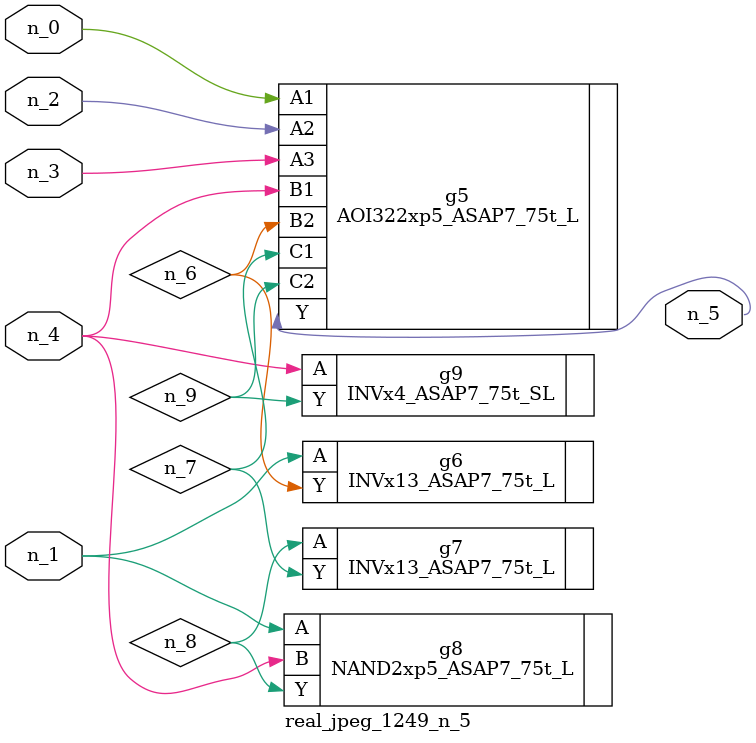
<source format=v>
module real_jpeg_1249_n_5 (n_4, n_0, n_1, n_2, n_3, n_5);

input n_4;
input n_0;
input n_1;
input n_2;
input n_3;

output n_5;

wire n_8;
wire n_6;
wire n_7;
wire n_9;

AOI322xp5_ASAP7_75t_L g5 ( 
.A1(n_0),
.A2(n_2),
.A3(n_3),
.B1(n_4),
.B2(n_6),
.C1(n_7),
.C2(n_9),
.Y(n_5)
);

INVx13_ASAP7_75t_L g6 ( 
.A(n_1),
.Y(n_6)
);

NAND2xp5_ASAP7_75t_L g8 ( 
.A(n_1),
.B(n_4),
.Y(n_8)
);

INVx4_ASAP7_75t_SL g9 ( 
.A(n_4),
.Y(n_9)
);

INVx13_ASAP7_75t_L g7 ( 
.A(n_8),
.Y(n_7)
);


endmodule
</source>
